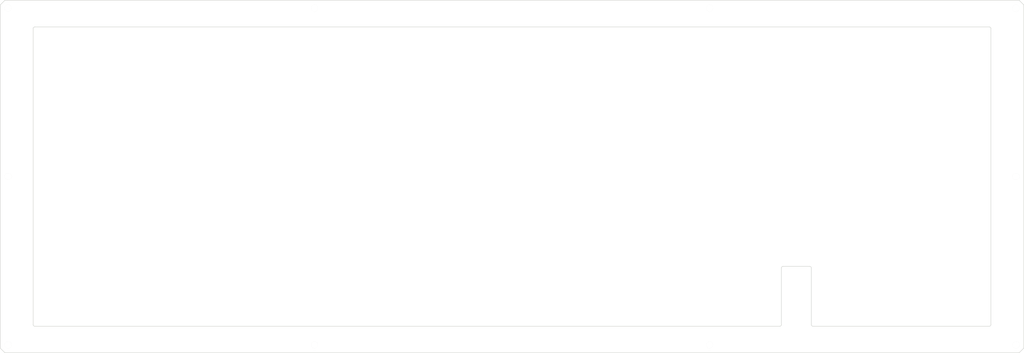
<source format=kicad_pcb>
(kicad_pcb (version 20171130) (host pcbnew "(5.1.4)-1")

  (general
    (thickness 1.6)
    (drawings 26)
    (tracks 0)
    (zones 0)
    (modules 10)
    (nets 1)
  )

  (page A3)
  (layers
    (0 F.Cu signal)
    (31 B.Cu signal)
    (32 B.Adhes user)
    (33 F.Adhes user)
    (34 B.Paste user)
    (35 F.Paste user)
    (36 B.SilkS user)
    (37 F.SilkS user)
    (38 B.Mask user)
    (39 F.Mask user)
    (40 Dwgs.User user)
    (41 Cmts.User user)
    (42 Eco1.User user)
    (43 Eco2.User user)
    (44 Edge.Cuts user)
    (45 Margin user)
    (46 B.CrtYd user)
    (47 F.CrtYd user)
    (48 B.Fab user)
    (49 F.Fab user)
  )

  (setup
    (last_trace_width 0.25)
    (user_trace_width 0.5)
    (user_trace_width 0.5)
    (trace_clearance 0.2)
    (zone_clearance 0.508)
    (zone_45_only no)
    (trace_min 0.2)
    (via_size 0.8)
    (via_drill 0.4)
    (via_min_size 0.4)
    (via_min_drill 0.3)
    (uvia_size 0.3)
    (uvia_drill 0.1)
    (uvias_allowed no)
    (uvia_min_size 0.2)
    (uvia_min_drill 0.1)
    (edge_width 0.1)
    (segment_width 0.2)
    (pcb_text_width 0.3)
    (pcb_text_size 1.5 1.5)
    (mod_edge_width 0.15)
    (mod_text_size 1 1)
    (mod_text_width 0.15)
    (pad_size 2.2 2.2)
    (pad_drill 2.2)
    (pad_to_mask_clearance 0)
    (aux_axis_origin 0 0)
    (visible_elements 7FFFFFFF)
    (pcbplotparams
      (layerselection 0x01000_7ffffffe)
      (usegerberextensions false)
      (usegerberattributes false)
      (usegerberadvancedattributes false)
      (creategerberjobfile false)
      (excludeedgelayer true)
      (linewidth 0.100000)
      (plotframeref false)
      (viasonmask false)
      (mode 1)
      (useauxorigin false)
      (hpglpennumber 1)
      (hpglpenspeed 20)
      (hpglpendiameter 15.000000)
      (psnegative false)
      (psa4output false)
      (plotreference true)
      (plotvalue true)
      (plotinvisibletext false)
      (padsonsilk false)
      (subtractmaskfromsilk false)
      (outputformat 4)
      (mirror false)
      (drillshape 0)
      (scaleselection 1)
      (outputdirectory "output/"))
  )

  (net 0 "")

  (net_class Default "これはデフォルトのネット クラスです。"
    (clearance 0.2)
    (trace_width 0.25)
    (via_dia 0.8)
    (via_drill 0.4)
    (uvia_dia 0.3)
    (uvia_drill 0.1)
  )

  (module kbd_Hole:m2_Screw_Hole_EdgeCuts (layer F.Cu) (tedit 5DA73E67) (tstamp 60A2FDA6)
    (at 234.325 13.05)
    (descr "Mounting Hole 2.2mm, no annular, M2")
    (tags "mounting hole 2.2mm no annular m2")
    (path /629102E9)
    (attr virtual)
    (fp_text reference J12 (at 0 -3.2) (layer F.Fab) hide
      (effects (font (size 1 1) (thickness 0.15)))
    )
    (fp_text value Conn_01x01 (at 0 3.2) (layer F.Fab) hide
      (effects (font (size 1 1) (thickness 0.15)))
    )
    (fp_circle (center 0 0) (end 1.1 0) (layer Edge.Cuts) (width 0.01))
    (fp_text user %R (at 0.3 0) (layer F.Fab) hide
      (effects (font (size 1 1) (thickness 0.15)))
    )
  )

  (module kbd_Hole:m2_Screw_Hole_EdgeCuts (layer F.Cu) (tedit 5DA73E67) (tstamp 60A2FDC4)
    (at 331.825 120.25)
    (descr "Mounting Hole 2.2mm, no annular, M2")
    (tags "mounting hole 2.2mm no annular m2")
    (path /629E70FB)
    (attr virtual)
    (fp_text reference J17 (at 0 -3.2) (layer F.Fab) hide
      (effects (font (size 1 1) (thickness 0.15)))
    )
    (fp_text value Conn_01x01 (at 0 3.2) (layer F.Fab) hide
      (effects (font (size 1 1) (thickness 0.15)))
    )
    (fp_circle (center 0 0) (end 1.1 0) (layer Edge.Cuts) (width 0.01))
    (fp_text user %R (at 0.3 0) (layer F.Fab) hide
      (effects (font (size 1 1) (thickness 0.15)))
    )
  )

  (module kbd_Hole:m2_Screw_Hole_EdgeCuts (layer F.Cu) (tedit 5DA73E67) (tstamp 60A2FDBE)
    (at 331.825 66.65)
    (descr "Mounting Hole 2.2mm, no annular, M2")
    (tags "mounting hole 2.2mm no annular m2")
    (path /629E70E7)
    (attr virtual)
    (fp_text reference J16 (at 0 -3.2) (layer F.Fab) hide
      (effects (font (size 1 1) (thickness 0.15)))
    )
    (fp_text value Conn_01x01 (at 0 3.2) (layer F.Fab) hide
      (effects (font (size 1 1) (thickness 0.15)))
    )
    (fp_circle (center 0 0) (end 1.1 0) (layer Edge.Cuts) (width 0.01))
    (fp_text user %R (at 0.3 0) (layer F.Fab) hide
      (effects (font (size 1 1) (thickness 0.15)))
    )
  )

  (module kbd_Hole:m2_Screw_Hole_EdgeCuts (layer F.Cu) (tedit 5DA73E67) (tstamp 60A2FDB8)
    (at 331.825 13.05)
    (descr "Mounting Hole 2.2mm, no annular, M2")
    (tags "mounting hole 2.2mm no annular m2")
    (path /5CC9EE7D)
    (attr virtual)
    (fp_text reference J15 (at 0 -3.2) (layer F.Fab) hide
      (effects (font (size 1 1) (thickness 0.15)))
    )
    (fp_text value Conn_01x01 (at 0 3.2) (layer F.Fab) hide
      (effects (font (size 1 1) (thickness 0.15)))
    )
    (fp_circle (center 0 0) (end 1.1 0) (layer Edge.Cuts) (width 0.01))
    (fp_text user %R (at 0.3 0) (layer F.Fab) hide
      (effects (font (size 1 1) (thickness 0.15)))
    )
  )

  (module kbd_Hole:m2_Screw_Hole_EdgeCuts (layer F.Cu) (tedit 5DA73E67) (tstamp 60A2FDB2)
    (at 234.325 120.25)
    (descr "Mounting Hole 2.2mm, no annular, M2")
    (tags "mounting hole 2.2mm no annular m2")
    (path /5CC48CD6)
    (attr virtual)
    (fp_text reference J14 (at 0 -3.2) (layer F.Fab) hide
      (effects (font (size 1 1) (thickness 0.15)))
    )
    (fp_text value Conn_01x01 (at 0 3.2) (layer F.Fab) hide
      (effects (font (size 1 1) (thickness 0.15)))
    )
    (fp_circle (center 0 0) (end 1.1 0) (layer Edge.Cuts) (width 0.01))
    (fp_text user %R (at 0.3 0) (layer F.Fab) hide
      (effects (font (size 1 1) (thickness 0.15)))
    )
  )

  (module kbd_Hole:m2_Screw_Hole_EdgeCuts (layer F.Cu) (tedit 5DA73E67) (tstamp 60A2FDAC)
    (at 108.575 120.25)
    (descr "Mounting Hole 2.2mm, no annular, M2")
    (tags "mounting hole 2.2mm no annular m2")
    (path /629102FD)
    (attr virtual)
    (fp_text reference J13 (at 0 -3.2) (layer F.Fab) hide
      (effects (font (size 1 1) (thickness 0.15)))
    )
    (fp_text value Conn_01x01 (at 0 3.2) (layer F.Fab) hide
      (effects (font (size 1 1) (thickness 0.15)))
    )
    (fp_circle (center 0 0) (end 1.1 0) (layer Edge.Cuts) (width 0.01))
    (fp_text user %R (at 0.3 0) (layer F.Fab) hide
      (effects (font (size 1 1) (thickness 0.15)))
    )
  )

  (module kbd_Hole:m2_Screw_Hole_EdgeCuts (layer F.Cu) (tedit 5DA73E67) (tstamp 60A2FDA0)
    (at 108.575 13.05)
    (descr "Mounting Hole 2.2mm, no annular, M2")
    (tags "mounting hole 2.2mm no annular m2")
    (path /64540392)
    (attr virtual)
    (fp_text reference J11 (at 0 -3.2) (layer F.Fab) hide
      (effects (font (size 1 1) (thickness 0.15)))
    )
    (fp_text value Conn_01x01 (at 0 3.2) (layer F.Fab) hide
      (effects (font (size 1 1) (thickness 0.15)))
    )
    (fp_circle (center 0 0) (end 1.1 0) (layer Edge.Cuts) (width 0.01))
    (fp_text user %R (at 0.3 0) (layer F.Fab) hide
      (effects (font (size 1 1) (thickness 0.15)))
    )
  )

  (module kbd_Hole:m2_Screw_Hole_EdgeCuts (layer F.Cu) (tedit 5DA73E67) (tstamp 60A2FD9A)
    (at 11.075 120.25)
    (descr "Mounting Hole 2.2mm, no annular, M2")
    (tags "mounting hole 2.2mm no annular m2")
    (path /6454037E)
    (attr virtual)
    (fp_text reference J10 (at 0 -3.2) (layer F.Fab) hide
      (effects (font (size 1 1) (thickness 0.15)))
    )
    (fp_text value Conn_01x01 (at 0 3.2) (layer F.Fab) hide
      (effects (font (size 1 1) (thickness 0.15)))
    )
    (fp_circle (center 0 0) (end 1.1 0) (layer Edge.Cuts) (width 0.01))
    (fp_text user %R (at 0.3 0) (layer F.Fab) hide
      (effects (font (size 1 1) (thickness 0.15)))
    )
  )

  (module kbd_Hole:m2_Screw_Hole_EdgeCuts (layer F.Cu) (tedit 5DA73E67) (tstamp 60A2FD94)
    (at 11.075 66.65)
    (descr "Mounting Hole 2.2mm, no annular, M2")
    (tags "mounting hole 2.2mm no annular m2")
    (path /629E7105)
    (attr virtual)
    (fp_text reference J9 (at 0 -3.2) (layer F.Fab) hide
      (effects (font (size 1 1) (thickness 0.15)))
    )
    (fp_text value Conn_01x01 (at 0 3.2) (layer F.Fab) hide
      (effects (font (size 1 1) (thickness 0.15)))
    )
    (fp_circle (center 0 0) (end 1.1 0) (layer Edge.Cuts) (width 0.01))
    (fp_text user %R (at 0.3 0) (layer F.Fab) hide
      (effects (font (size 1 1) (thickness 0.15)))
    )
  )

  (module kbd_Hole:m2_Screw_Hole_EdgeCuts (layer F.Cu) (tedit 5DA73E67) (tstamp 60A2FD8E)
    (at 11.075 13.05)
    (descr "Mounting Hole 2.2mm, no annular, M2")
    (tags "mounting hole 2.2mm no annular m2")
    (path /629E70F1)
    (attr virtual)
    (fp_text reference J8 (at 0 -3.2) (layer F.Fab) hide
      (effects (font (size 1 1) (thickness 0.15)))
    )
    (fp_text value Conn_01x01 (at 0 3.2) (layer F.Fab) hide
      (effects (font (size 1 1) (thickness 0.15)))
    )
    (fp_circle (center 0 0) (end 1.1 0) (layer Edge.Cuts) (width 0.01))
    (fp_text user %R (at 0.3 0) (layer F.Fab) hide
      (effects (font (size 1 1) (thickness 0.15)))
    )
  )

  (gr_arc (start 19.55 113.8) (end 19.05 113.8) (angle -90) (layer Edge.Cuts) (width 0.15))
  (gr_arc (start 19.55 19.55) (end 19.55 19.05) (angle -90) (layer Edge.Cuts) (width 0.15))
  (gr_arc (start 323.35 19.55) (end 323.85 19.55) (angle -90) (layer Edge.Cuts) (width 0.15))
  (gr_arc (start 323.35 113.8) (end 323.35 114.3) (angle -90) (layer Edge.Cuts) (width 0.15))
  (gr_arc (start 267.2 113.8) (end 266.7 113.8) (angle -90) (layer Edge.Cuts) (width 0.15))
  (gr_arc (start 256.675 113.8) (end 256.675 114.3) (angle -90) (layer Edge.Cuts) (width 0.15))
  (gr_arc (start 266.2 95.75) (end 266.7 95.75) (angle -90) (layer Edge.Cuts) (width 0.15))
  (gr_arc (start 257.675 95.75) (end 257.675 95.25) (angle -90) (layer Edge.Cuts) (width 0.15))
  (gr_line (start 257.675 95.25) (end 266.2 95.25) (layer Edge.Cuts) (width 0.15) (tstamp 61CC6ACA))
  (gr_line (start 323.35 19.05) (end 19.55 19.05) (layer Edge.Cuts) (width 0.15))
  (gr_line (start 323.85 113.8) (end 323.85 19.55) (layer Edge.Cuts) (width 0.15))
  (gr_line (start 267.2 114.3) (end 323.35 114.3) (layer Edge.Cuts) (width 0.15))
  (gr_line (start 266.7 95.75) (end 266.7 113.8) (layer Edge.Cuts) (width 0.15))
  (gr_line (start 257.175 113.8) (end 257.175 95.75) (layer Edge.Cuts) (width 0.15))
  (gr_line (start 19.55 114.3) (end 256.675 114.3) (layer Edge.Cuts) (width 0.15))
  (gr_line (start 19.05 19.55) (end 19.05 113.8) (layer Edge.Cuts) (width 0.15))
  (gr_line (start 10.075 122.75) (end 8.575 121.25) (layer Edge.Cuts) (width 0.15) (tstamp 60883451))
  (gr_line (start 334.325 12.05) (end 332.825 10.55) (layer Edge.Cuts) (width 0.15) (tstamp 60883444))
  (gr_line (start 8.575 12.05) (end 10.075 10.55) (layer Edge.Cuts) (width 0.15) (tstamp 60883437))
  (gr_line (start 332.825 122.75) (end 334.325 121.25) (layer Edge.Cuts) (width 0.15))
  (gr_line (start 10.075 122.75) (end 332.825 122.75) (layer Edge.Cuts) (width 0.15))
  (gr_line (start 8.575 12.05) (end 8.575 121.25) (layer Edge.Cuts) (width 0.15))
  (gr_line (start 332.825 10.55) (end 10.075 10.55) (layer Edge.Cuts) (width 0.15))
  (gr_line (start 334.325 121.25) (end 334.325 12.05) (layer Edge.Cuts) (width 0.15))
  (gr_line (start 78.575 17.55) (end 78.575 20.55) (layer F.Fab) (width 0.15) (tstamp 60882895))
  (gr_line (start 264.325 17.55) (end 264.325 20.55) (layer F.Fab) (width 0.15))

)

</source>
